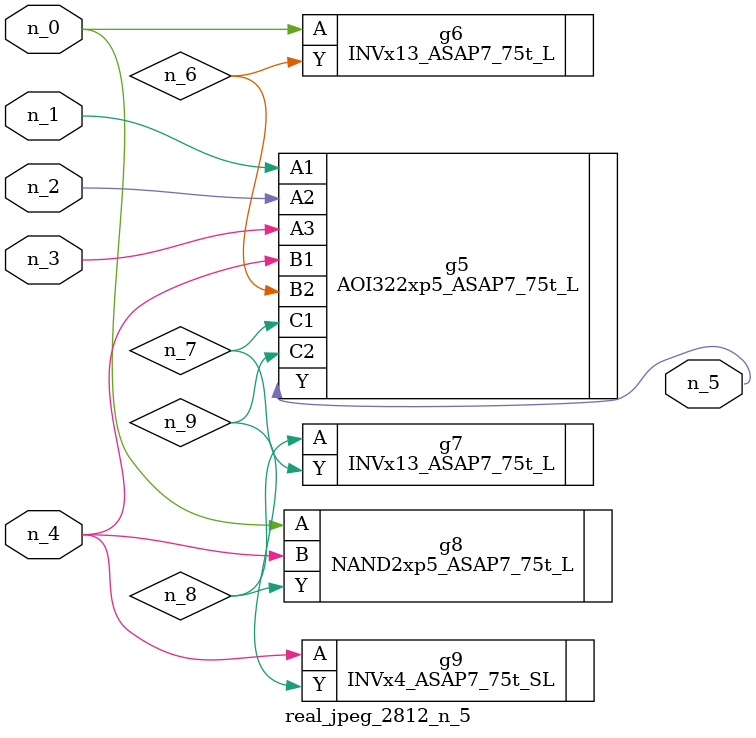
<source format=v>
module real_jpeg_2812_n_5 (n_4, n_0, n_1, n_2, n_3, n_5);

input n_4;
input n_0;
input n_1;
input n_2;
input n_3;

output n_5;

wire n_8;
wire n_6;
wire n_7;
wire n_9;

INVx13_ASAP7_75t_L g6 ( 
.A(n_0),
.Y(n_6)
);

NAND2xp5_ASAP7_75t_L g8 ( 
.A(n_0),
.B(n_4),
.Y(n_8)
);

AOI322xp5_ASAP7_75t_L g5 ( 
.A1(n_1),
.A2(n_2),
.A3(n_3),
.B1(n_4),
.B2(n_6),
.C1(n_7),
.C2(n_9),
.Y(n_5)
);

INVx4_ASAP7_75t_SL g9 ( 
.A(n_4),
.Y(n_9)
);

INVx13_ASAP7_75t_L g7 ( 
.A(n_8),
.Y(n_7)
);


endmodule
</source>
